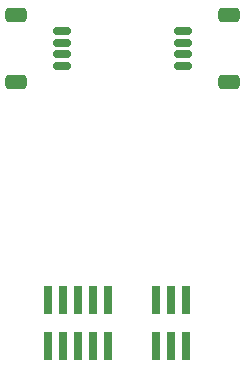
<source format=gbp>
G04 #@! TF.GenerationSoftware,KiCad,Pcbnew,8.99.0-1829-g5db4d10c86*
G04 #@! TF.CreationDate,2024-08-04T21:37:52+02:00*
G04 #@! TF.ProjectId,fiit-esp32-kit-pcb,66696974-2d65-4737-9033-322d6b69742d,0.1*
G04 #@! TF.SameCoordinates,Original*
G04 #@! TF.FileFunction,Paste,Bot*
G04 #@! TF.FilePolarity,Positive*
%FSLAX46Y46*%
G04 Gerber Fmt 4.6, Leading zero omitted, Abs format (unit mm)*
G04 Created by KiCad (PCBNEW 8.99.0-1829-g5db4d10c86) date 2024-08-04 21:37:52*
%MOMM*%
%LPD*%
G01*
G04 APERTURE LIST*
G04 Aperture macros list*
%AMRoundRect*
0 Rectangle with rounded corners*
0 $1 Rounding radius*
0 $2 $3 $4 $5 $6 $7 $8 $9 X,Y pos of 4 corners*
0 Add a 4 corners polygon primitive as box body*
4,1,4,$2,$3,$4,$5,$6,$7,$8,$9,$2,$3,0*
0 Add four circle primitives for the rounded corners*
1,1,$1+$1,$2,$3*
1,1,$1+$1,$4,$5*
1,1,$1+$1,$6,$7*
1,1,$1+$1,$8,$9*
0 Add four rect primitives between the rounded corners*
20,1,$1+$1,$2,$3,$4,$5,0*
20,1,$1+$1,$4,$5,$6,$7,0*
20,1,$1+$1,$6,$7,$8,$9,0*
20,1,$1+$1,$8,$9,$2,$3,0*%
G04 Aperture macros list end*
%ADD10R,0.740000X2.400000*%
%ADD11RoundRect,0.150000X-0.625000X0.150000X-0.625000X-0.150000X0.625000X-0.150000X0.625000X0.150000X0*%
%ADD12RoundRect,0.250000X-0.650000X0.350000X-0.650000X-0.350000X0.650000X-0.350000X0.650000X0.350000X0*%
%ADD13RoundRect,0.150000X0.625000X-0.150000X0.625000X0.150000X-0.625000X0.150000X-0.625000X-0.150000X0*%
%ADD14RoundRect,0.250000X0.650000X-0.350000X0.650000X0.350000X-0.650000X0.350000X-0.650000X-0.350000X0*%
G04 APERTURE END LIST*
D10*
X213034000Y-77786000D03*
X213034000Y-73886000D03*
X211764000Y-77786000D03*
X211764000Y-73886000D03*
X210494000Y-77786000D03*
X210494000Y-73886000D03*
D11*
X212812000Y-51095000D03*
X212812000Y-52095000D03*
X212812000Y-53095000D03*
X212812000Y-54095000D03*
D12*
X216687000Y-49795000D03*
X216687000Y-55395000D03*
D13*
X202588000Y-54096400D03*
X202588000Y-53096400D03*
X202588000Y-52096400D03*
X202588000Y-51096400D03*
D14*
X198713000Y-55396400D03*
X198713000Y-49796400D03*
D10*
X206430000Y-77786000D03*
X206430000Y-73886000D03*
X205160000Y-77786000D03*
X205160000Y-73886000D03*
X203890000Y-77786000D03*
X203890000Y-73886000D03*
X202620000Y-77786000D03*
X202620000Y-73886000D03*
X201350000Y-77786000D03*
X201350000Y-73886000D03*
M02*

</source>
